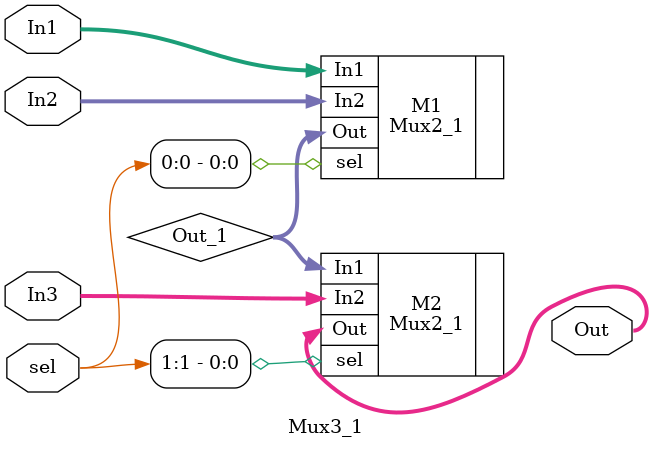
<source format=v>
`timescale 1ns / 1ps
module Mux3_1 (In1, In2, In3, sel, Out);
    parameter n=32;
    input [n-1:0] In1;
    input [n-1:0] In2;
    input [n-1:0] In3;
    input [1:0] sel;
    output [n-1:0] Out;

    wire [n-1:0] Out_1;

    Mux2_1 M1 (
        .In1(In1),
        .In2(In2),
        .sel(sel[0]),
        .Out(Out_1)
    );

    Mux2_1 M2 (
        .In1(Out_1),
        .In2(In3),
        .sel(sel[1]),
        .Out(Out)
    );
endmodule
</source>
